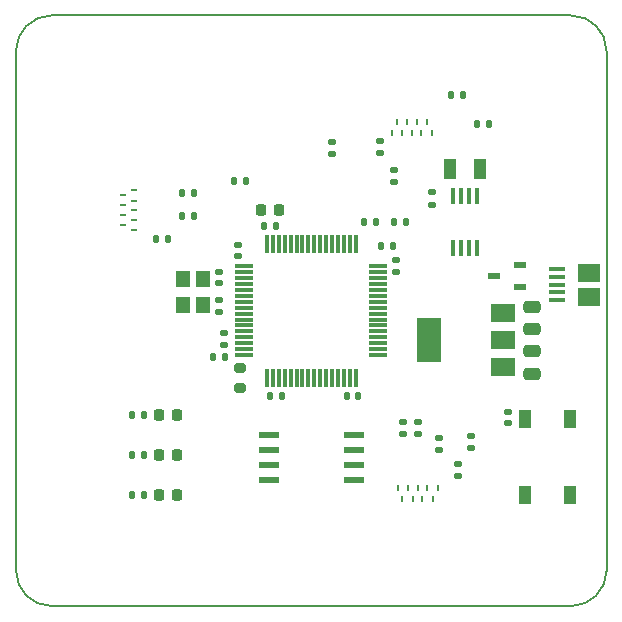
<source format=gtp>
%TF.GenerationSoftware,KiCad,Pcbnew,(6.0.9)*%
%TF.CreationDate,2022-12-06T19:37:18-05:00*%
%TF.ProjectId,cdh-devkit,6364682d-6465-4766-9b69-742e6b696361,rev?*%
%TF.SameCoordinates,Original*%
%TF.FileFunction,Paste,Top*%
%TF.FilePolarity,Positive*%
%FSLAX46Y46*%
G04 Gerber Fmt 4.6, Leading zero omitted, Abs format (unit mm)*
G04 Created by KiCad (PCBNEW (6.0.9)) date 2022-12-06 19:37:18*
%MOMM*%
%LPD*%
G01*
G04 APERTURE LIST*
G04 Aperture macros list*
%AMRoundRect*
0 Rectangle with rounded corners*
0 $1 Rounding radius*
0 $2 $3 $4 $5 $6 $7 $8 $9 X,Y pos of 4 corners*
0 Add a 4 corners polygon primitive as box body*
4,1,4,$2,$3,$4,$5,$6,$7,$8,$9,$2,$3,0*
0 Add four circle primitives for the rounded corners*
1,1,$1+$1,$2,$3*
1,1,$1+$1,$4,$5*
1,1,$1+$1,$6,$7*
1,1,$1+$1,$8,$9*
0 Add four rect primitives between the rounded corners*
20,1,$1+$1,$2,$3,$4,$5,0*
20,1,$1+$1,$4,$5,$6,$7,0*
20,1,$1+$1,$6,$7,$8,$9,0*
20,1,$1+$1,$8,$9,$2,$3,0*%
G04 Aperture macros list end*
%TA.AperFunction,Profile*%
%ADD10C,0.200000*%
%TD*%
%ADD11RoundRect,0.135000X0.185000X-0.135000X0.185000X0.135000X-0.185000X0.135000X-0.185000X-0.135000X0*%
%ADD12RoundRect,0.135000X-0.185000X0.135000X-0.185000X-0.135000X0.185000X-0.135000X0.185000X0.135000X0*%
%ADD13R,1.050000X0.600000*%
%ADD14RoundRect,0.140000X0.170000X-0.140000X0.170000X0.140000X-0.170000X0.140000X-0.170000X-0.140000X0*%
%ADD15RoundRect,0.140000X0.140000X0.170000X-0.140000X0.170000X-0.140000X-0.170000X0.140000X-0.170000X0*%
%ADD16R,0.600000X0.200000*%
%ADD17RoundRect,0.135000X-0.135000X-0.185000X0.135000X-0.185000X0.135000X0.185000X-0.135000X0.185000X0*%
%ADD18RoundRect,0.135000X0.135000X0.185000X-0.135000X0.185000X-0.135000X-0.185000X0.135000X-0.185000X0*%
%ADD19RoundRect,0.225000X-0.225000X-0.250000X0.225000X-0.250000X0.225000X0.250000X-0.225000X0.250000X0*%
%ADD20R,1.000000X1.600000*%
%ADD21RoundRect,0.075000X-0.700000X-0.075000X0.700000X-0.075000X0.700000X0.075000X-0.700000X0.075000X0*%
%ADD22RoundRect,0.075000X-0.075000X-0.700000X0.075000X-0.700000X0.075000X0.700000X-0.075000X0.700000X0*%
%ADD23RoundRect,0.218750X-0.218750X-0.256250X0.218750X-0.256250X0.218750X0.256250X-0.218750X0.256250X0*%
%ADD24RoundRect,0.140000X-0.170000X0.140000X-0.170000X-0.140000X0.170000X-0.140000X0.170000X0.140000X0*%
%ADD25RoundRect,0.200000X0.275000X-0.200000X0.275000X0.200000X-0.275000X0.200000X-0.275000X-0.200000X0*%
%ADD26R,0.406400X1.371600*%
%ADD27R,2.000000X1.500000*%
%ADD28R,2.000000X3.800000*%
%ADD29RoundRect,0.040600X-0.764400X-0.249400X0.764400X-0.249400X0.764400X0.249400X-0.764400X0.249400X0*%
%ADD30R,0.200000X0.600000*%
%ADD31R,1.350000X0.400000*%
%ADD32R,1.900000X1.500000*%
%ADD33RoundRect,0.140000X-0.140000X-0.170000X0.140000X-0.170000X0.140000X0.170000X-0.140000X0.170000X0*%
%ADD34R,1.200000X1.400000*%
%ADD35RoundRect,0.250000X-0.475000X0.250000X-0.475000X-0.250000X0.475000X-0.250000X0.475000X0.250000X0*%
%ADD36R,1.000000X1.800000*%
G04 APERTURE END LIST*
D10*
X67000000Y-70000000D02*
G75*
G03*
X70000000Y-67000000I0J3000000D01*
G01*
X20000000Y-67000000D02*
X20000000Y-23000000D01*
X70000000Y-23000000D02*
X70000000Y-67000000D01*
X23000000Y-20000000D02*
G75*
G03*
X20000000Y-23000000I0J-3000000D01*
G01*
X20000000Y-67000000D02*
G75*
G03*
X23000000Y-70000000I3000000J0D01*
G01*
X23000000Y-20000000D02*
X67000000Y-20000000D01*
X70000000Y-23000000D02*
G75*
G03*
X67000000Y-20000000I-3000000J0D01*
G01*
X67000000Y-70000000D02*
X23000000Y-70000000D01*
D11*
%TO.C,R18*%
X52000000Y-34110000D03*
X52000000Y-33090000D03*
%TD*%
D12*
%TO.C,R10*%
X55800000Y-55740000D03*
X55800000Y-56760000D03*
%TD*%
D13*
%TO.C,D4*%
X62650000Y-43000000D03*
X62650000Y-41100000D03*
X60450000Y-42050000D03*
%TD*%
D14*
%TO.C,C3*%
X38800000Y-40360000D03*
X38800000Y-39400000D03*
%TD*%
D12*
%TO.C,R6*%
X57400000Y-57940000D03*
X57400000Y-58960000D03*
%TD*%
D15*
%TO.C,C9*%
X48980000Y-52200000D03*
X48020000Y-52200000D03*
%TD*%
D16*
%TO.C,U4*%
X29975000Y-38180000D03*
X29975000Y-37280000D03*
X29975000Y-36480000D03*
X29975000Y-35680000D03*
X29975000Y-34780000D03*
X29025000Y-35180000D03*
X29025000Y-36080000D03*
X29025000Y-36880000D03*
X29025000Y-37780000D03*
%TD*%
D17*
%TO.C,R15*%
X38440000Y-34000000D03*
X39460000Y-34000000D03*
%TD*%
D18*
%TO.C,R21*%
X30812500Y-57230000D03*
X29792500Y-57230000D03*
%TD*%
D19*
%TO.C,C1*%
X40725000Y-36500000D03*
X42275000Y-36500000D03*
%TD*%
D20*
%TO.C,S1*%
X63100000Y-60600000D03*
X63100000Y-54200000D03*
X66900000Y-60600000D03*
X66900000Y-54200000D03*
%TD*%
D21*
%TO.C,U2*%
X39325000Y-41250000D03*
X39325000Y-41750000D03*
X39325000Y-42250000D03*
X39325000Y-42750000D03*
X39325000Y-43250000D03*
X39325000Y-43750000D03*
X39325000Y-44250000D03*
X39325000Y-44750000D03*
X39325000Y-45250000D03*
X39325000Y-45750000D03*
X39325000Y-46250000D03*
X39325000Y-46750000D03*
X39325000Y-47250000D03*
X39325000Y-47750000D03*
X39325000Y-48250000D03*
X39325000Y-48750000D03*
D22*
X41250000Y-50675000D03*
X41750000Y-50675000D03*
X42250000Y-50675000D03*
X42750000Y-50675000D03*
X43250000Y-50675000D03*
X43750000Y-50675000D03*
X44250000Y-50675000D03*
X44750000Y-50675000D03*
X45250000Y-50675000D03*
X45750000Y-50675000D03*
X46250000Y-50675000D03*
X46750000Y-50675000D03*
X47250000Y-50675000D03*
X47750000Y-50675000D03*
X48250000Y-50675000D03*
X48750000Y-50675000D03*
D21*
X50675000Y-48750000D03*
X50675000Y-48250000D03*
X50675000Y-47750000D03*
X50675000Y-47250000D03*
X50675000Y-46750000D03*
X50675000Y-46250000D03*
X50675000Y-45750000D03*
X50675000Y-45250000D03*
X50675000Y-44750000D03*
X50675000Y-44250000D03*
X50675000Y-43750000D03*
X50675000Y-43250000D03*
X50675000Y-42750000D03*
X50675000Y-42250000D03*
X50675000Y-41750000D03*
X50675000Y-41250000D03*
D22*
X48750000Y-39325000D03*
X48250000Y-39325000D03*
X47750000Y-39325000D03*
X47250000Y-39325000D03*
X46750000Y-39325000D03*
X46250000Y-39325000D03*
X45750000Y-39325000D03*
X45250000Y-39325000D03*
X44750000Y-39325000D03*
X44250000Y-39325000D03*
X43750000Y-39325000D03*
X43250000Y-39325000D03*
X42750000Y-39325000D03*
X42250000Y-39325000D03*
X41750000Y-39325000D03*
X41250000Y-39325000D03*
%TD*%
D17*
%TO.C,R16*%
X34040000Y-35000000D03*
X35060000Y-35000000D03*
%TD*%
D23*
%TO.C,D3*%
X32095000Y-57190000D03*
X33670000Y-57190000D03*
%TD*%
D15*
%TO.C,C13*%
X37680000Y-48900000D03*
X36720000Y-48900000D03*
%TD*%
D18*
%TO.C,R3*%
X60060000Y-29200000D03*
X59040000Y-29200000D03*
%TD*%
D24*
%TO.C,C4*%
X37170000Y-41730000D03*
X37170000Y-42690000D03*
%TD*%
D17*
%TO.C,R11*%
X31840000Y-38950000D03*
X32860000Y-38950000D03*
%TD*%
D25*
%TO.C,R22*%
X38950000Y-51525000D03*
X38950000Y-49875000D03*
%TD*%
D26*
%TO.C,U7*%
X58990600Y-35315600D03*
X58330200Y-35315600D03*
X57669800Y-35315600D03*
X57009400Y-35315600D03*
X57009400Y-39684400D03*
X57669800Y-39684400D03*
X58330200Y-39684400D03*
X58990600Y-39684400D03*
%TD*%
D11*
%TO.C,R5*%
X46750000Y-31760000D03*
X46750000Y-30740000D03*
%TD*%
D14*
%TO.C,C12*%
X37600000Y-47880000D03*
X37600000Y-46920000D03*
%TD*%
D27*
%TO.C,U1*%
X61250000Y-49800000D03*
D28*
X54950000Y-47500000D03*
D27*
X61250000Y-47500000D03*
X61250000Y-45200000D03*
%TD*%
D11*
%TO.C,R13*%
X55200000Y-36010000D03*
X55200000Y-34990000D03*
%TD*%
%TO.C,R9*%
X54050000Y-55460000D03*
X54050000Y-54440000D03*
%TD*%
D18*
%TO.C,R2*%
X30812500Y-53795000D03*
X29792500Y-53795000D03*
%TD*%
D17*
%TO.C,R12*%
X34040000Y-37000000D03*
X35060000Y-37000000D03*
%TD*%
%TO.C,R19*%
X51990000Y-37500000D03*
X53010000Y-37500000D03*
%TD*%
D29*
%TO.C,U3*%
X41395000Y-55545000D03*
X41395000Y-56815000D03*
X41395000Y-58085000D03*
X41395000Y-59355000D03*
X48605000Y-59355000D03*
X48605000Y-58085000D03*
X48605000Y-56815000D03*
X48605000Y-55545000D03*
%TD*%
D11*
%TO.C,R7*%
X52750000Y-55460000D03*
X52750000Y-54440000D03*
%TD*%
D23*
%TO.C,D1*%
X32095000Y-53795000D03*
X33670000Y-53795000D03*
%TD*%
D12*
%TO.C,R8*%
X58550000Y-55590000D03*
X58550000Y-56610000D03*
%TD*%
D24*
%TO.C,C7*%
X52200000Y-40720000D03*
X52200000Y-41680000D03*
%TD*%
D30*
%TO.C,U6*%
X55700000Y-60025000D03*
X54800000Y-60025000D03*
X54000000Y-60025000D03*
X53200000Y-60025000D03*
X52300000Y-60025000D03*
X52700000Y-60975000D03*
X53600000Y-60975000D03*
X54400000Y-60975000D03*
X55300000Y-60975000D03*
%TD*%
D31*
%TO.C,J4*%
X65837500Y-44100000D03*
X65837500Y-43450000D03*
X65837500Y-42800000D03*
X65837500Y-42150000D03*
X65837500Y-41500000D03*
D32*
X68537500Y-43800000D03*
X68537500Y-41800000D03*
%TD*%
D18*
%TO.C,R1*%
X30812500Y-60585000D03*
X29792500Y-60585000D03*
%TD*%
%TO.C,R20*%
X50510000Y-37500000D03*
X49490000Y-37500000D03*
%TD*%
D15*
%TO.C,C10*%
X42500000Y-52200000D03*
X41540000Y-52200000D03*
%TD*%
D14*
%TO.C,C8*%
X37170000Y-45070000D03*
X37170000Y-44110000D03*
%TD*%
D17*
%TO.C,R4*%
X56840000Y-26750000D03*
X57860000Y-26750000D03*
%TD*%
D11*
%TO.C,R17*%
X50800000Y-31660000D03*
X50800000Y-30640000D03*
%TD*%
D33*
%TO.C,C5*%
X41020000Y-37790000D03*
X41980000Y-37790000D03*
%TD*%
D24*
%TO.C,C11*%
X61650000Y-53580000D03*
X61650000Y-54540000D03*
%TD*%
D30*
%TO.C,U5*%
X51820000Y-29975000D03*
X52720000Y-29975000D03*
X53520000Y-29975000D03*
X54320000Y-29975000D03*
X55220000Y-29975000D03*
X54820000Y-29025000D03*
X53920000Y-29025000D03*
X53120000Y-29025000D03*
X52220000Y-29025000D03*
%TD*%
D34*
%TO.C,Y1*%
X34100000Y-42300000D03*
X34100000Y-44500000D03*
X35800000Y-44500000D03*
X35800000Y-42300000D03*
%TD*%
D23*
%TO.C,D2*%
X32095000Y-60585000D03*
X33670000Y-60585000D03*
%TD*%
D35*
%TO.C,C2*%
X63700000Y-44650000D03*
X63700000Y-46550000D03*
%TD*%
D36*
%TO.C,Y2*%
X59250000Y-33000000D03*
X56750000Y-33000000D03*
%TD*%
D35*
%TO.C,C6*%
X63700000Y-48450000D03*
X63700000Y-50350000D03*
%TD*%
D17*
%TO.C,R14*%
X50890000Y-39550000D03*
X51910000Y-39550000D03*
%TD*%
M02*

</source>
